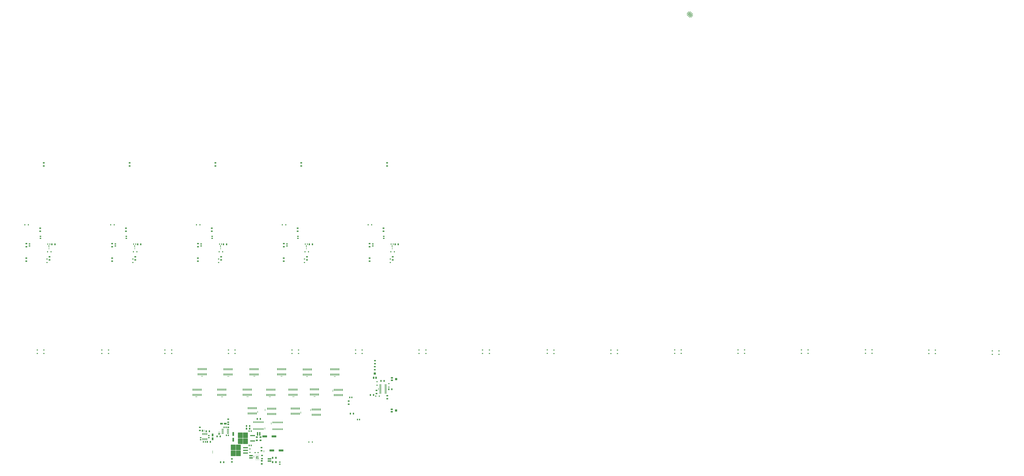
<source format=gbr>
%TF.GenerationSoftware,KiCad,Pcbnew,7.0.8*%
%TF.CreationDate,2023-11-15T12:02:35+01:00*%
%TF.ProjectId,JL,4a4c2e6b-6963-4616-945f-706362585858,rev?*%
%TF.SameCoordinates,Original*%
%TF.FileFunction,Paste,Top*%
%TF.FilePolarity,Positive*%
%FSLAX46Y46*%
G04 Gerber Fmt 4.6, Leading zero omitted, Abs format (unit mm)*
G04 Created by KiCad (PCBNEW 7.0.8) date 2023-11-15 12:02:35*
%MOMM*%
%LPD*%
G01*
G04 APERTURE LIST*
G04 Aperture macros list*
%AMRoundRect*
0 Rectangle with rounded corners*
0 $1 Rounding radius*
0 $2 $3 $4 $5 $6 $7 $8 $9 X,Y pos of 4 corners*
0 Add a 4 corners polygon primitive as box body*
4,1,4,$2,$3,$4,$5,$6,$7,$8,$9,$2,$3,0*
0 Add four circle primitives for the rounded corners*
1,1,$1+$1,$2,$3*
1,1,$1+$1,$4,$5*
1,1,$1+$1,$6,$7*
1,1,$1+$1,$8,$9*
0 Add four rect primitives between the rounded corners*
20,1,$1+$1,$2,$3,$4,$5,0*
20,1,$1+$1,$4,$5,$6,$7,0*
20,1,$1+$1,$6,$7,$8,$9,0*
20,1,$1+$1,$8,$9,$2,$3,0*%
G04 Aperture macros list end*
%ADD10RoundRect,0.245000X-0.031820X-0.378302X0.378302X0.031820X0.031820X0.378302X-0.378302X-0.031820X0*%
%ADD11RoundRect,0.062500X-0.212132X-0.300520X0.300520X0.212132X0.212132X0.300520X-0.300520X-0.212132X0*%
%ADD12RoundRect,0.062500X0.212132X-0.300520X0.300520X-0.212132X-0.212132X0.300520X-0.300520X0.212132X0*%
%ADD13RoundRect,0.150000X0.150000X-0.825000X0.150000X0.825000X-0.150000X0.825000X-0.150000X-0.825000X0*%
%ADD14RoundRect,0.250000X-0.625000X0.312500X-0.625000X-0.312500X0.625000X-0.312500X0.625000X0.312500X0*%
%ADD15RoundRect,0.150000X-0.150000X0.825000X-0.150000X-0.825000X0.150000X-0.825000X0.150000X0.825000X0*%
%ADD16RoundRect,0.225000X0.375000X-0.225000X0.375000X0.225000X-0.375000X0.225000X-0.375000X-0.225000X0*%
%ADD17RoundRect,0.140000X0.140000X0.170000X-0.140000X0.170000X-0.140000X-0.170000X0.140000X-0.170000X0*%
%ADD18RoundRect,0.250000X0.625000X-0.312500X0.625000X0.312500X-0.625000X0.312500X-0.625000X-0.312500X0*%
%ADD19RoundRect,0.250000X-0.475000X0.250000X-0.475000X-0.250000X0.475000X-0.250000X0.475000X0.250000X0*%
%ADD20RoundRect,0.225000X0.225000X0.375000X-0.225000X0.375000X-0.225000X-0.375000X0.225000X-0.375000X0*%
%ADD21RoundRect,0.140000X0.170000X-0.140000X0.170000X0.140000X-0.170000X0.140000X-0.170000X-0.140000X0*%
%ADD22RoundRect,0.250001X-0.462499X-0.624999X0.462499X-0.624999X0.462499X0.624999X-0.462499X0.624999X0*%
%ADD23RoundRect,0.250000X0.475000X-0.250000X0.475000X0.250000X-0.475000X0.250000X-0.475000X-0.250000X0*%
%ADD24RoundRect,0.150000X-0.150000X0.587500X-0.150000X-0.587500X0.150000X-0.587500X0.150000X0.587500X0*%
%ADD25RoundRect,0.250000X2.050000X0.300000X-2.050000X0.300000X-2.050000X-0.300000X2.050000X-0.300000X0*%
%ADD26RoundRect,0.250000X2.025000X2.375000X-2.025000X2.375000X-2.025000X-2.375000X2.025000X-2.375000X0*%
%ADD27RoundRect,0.250000X-0.650000X0.412500X-0.650000X-0.412500X0.650000X-0.412500X0.650000X0.412500X0*%
%ADD28RoundRect,0.250000X1.050000X0.550000X-1.050000X0.550000X-1.050000X-0.550000X1.050000X-0.550000X0*%
%ADD29RoundRect,0.250000X-0.412500X-0.650000X0.412500X-0.650000X0.412500X0.650000X-0.412500X0.650000X0*%
%ADD30RoundRect,0.250000X0.250000X0.475000X-0.250000X0.475000X-0.250000X-0.475000X0.250000X-0.475000X0*%
%ADD31RoundRect,0.250000X0.312500X0.625000X-0.312500X0.625000X-0.312500X-0.625000X0.312500X-0.625000X0*%
%ADD32RoundRect,0.250000X-0.250000X-0.475000X0.250000X-0.475000X0.250000X0.475000X-0.250000X0.475000X0*%
%ADD33RoundRect,0.140000X-0.170000X0.140000X-0.170000X-0.140000X0.170000X-0.140000X0.170000X0.140000X0*%
%ADD34RoundRect,0.140000X-0.140000X-0.170000X0.140000X-0.170000X0.140000X0.170000X-0.140000X0.170000X0*%
%ADD35RoundRect,0.150000X-0.150000X0.650000X-0.150000X-0.650000X0.150000X-0.650000X0.150000X0.650000X0*%
%ADD36R,3.400000X1.300000*%
%ADD37RoundRect,0.250000X-0.312500X-0.625000X0.312500X-0.625000X0.312500X0.625000X-0.312500X0.625000X0*%
%ADD38R,1.900000X1.300000*%
%ADD39R,1.900000X0.400000*%
%ADD40R,1.300000X3.400000*%
%ADD41RoundRect,0.250000X-1.950000X-0.700000X1.950000X-0.700000X1.950000X0.700000X-1.950000X0.700000X0*%
%ADD42RoundRect,0.250000X0.750000X-0.400000X0.750000X0.400000X-0.750000X0.400000X-0.750000X-0.400000X0*%
%ADD43RoundRect,0.250000X0.750000X-0.750000X0.750000X0.750000X-0.750000X0.750000X-0.750000X-0.750000X0*%
%ADD44RoundRect,0.250000X0.400000X0.750000X-0.400000X0.750000X-0.400000X-0.750000X0.400000X-0.750000X0*%
%ADD45RoundRect,0.250000X0.750000X0.750000X-0.750000X0.750000X-0.750000X-0.750000X0.750000X-0.750000X0*%
%ADD46RoundRect,0.150000X0.825000X0.150000X-0.825000X0.150000X-0.825000X-0.150000X0.825000X-0.150000X0*%
%ADD47RoundRect,0.225000X-0.225000X-0.375000X0.225000X-0.375000X0.225000X0.375000X-0.225000X0.375000X0*%
%ADD48RoundRect,0.250001X-0.624999X0.462499X-0.624999X-0.462499X0.624999X-0.462499X0.624999X0.462499X0*%
%ADD49RoundRect,0.250000X0.550000X-1.050000X0.550000X1.050000X-0.550000X1.050000X-0.550000X-1.050000X0*%
%ADD50RoundRect,0.225000X-0.375000X0.225000X-0.375000X-0.225000X0.375000X-0.225000X0.375000X0.225000X0*%
%ADD51R,1.300000X1.900000*%
%ADD52R,0.400000X1.900000*%
%ADD53RoundRect,0.150000X-0.825000X-0.150000X0.825000X-0.150000X0.825000X0.150000X-0.825000X0.150000X0*%
%ADD54R,1.050000X1.050000*%
%ADD55R,0.250000X0.600000*%
%ADD56RoundRect,0.250000X-0.300000X-0.300000X0.300000X-0.300000X0.300000X0.300000X-0.300000X0.300000X0*%
%ADD57RoundRect,0.150000X0.150000X-0.650000X0.150000X0.650000X-0.150000X0.650000X-0.150000X-0.650000X0*%
%ADD58RoundRect,0.150000X0.200000X-0.150000X0.200000X0.150000X-0.200000X0.150000X-0.200000X-0.150000X0*%
%ADD59RoundRect,0.250000X-0.550000X1.500000X-0.550000X-1.500000X0.550000X-1.500000X0.550000X1.500000X0*%
G04 APERTURE END LIST*
D10*
%TO.C,REF\u002A\u002A*%
X728917086Y-372595227D03*
X729779757Y-373457897D03*
X729850467Y-371661846D03*
X730642427Y-374320568D03*
X730713137Y-372524517D03*
X731575808Y-373387187D03*
D11*
X727630152Y-373132628D03*
X727983705Y-373486182D03*
X728337259Y-373839735D03*
X728690812Y-374193289D03*
X729044365Y-374546842D03*
X729397919Y-374900395D03*
X729751472Y-375253949D03*
X730105026Y-375607502D03*
D12*
X731094975Y-375607502D03*
X731448529Y-375253949D03*
X731802082Y-374900395D03*
X732155635Y-374546842D03*
X732509189Y-374193289D03*
X732862742Y-373839735D03*
D11*
X732862742Y-372849786D03*
X732509189Y-372496232D03*
X732155635Y-372142679D03*
X731802082Y-371789125D03*
X731448529Y-371435572D03*
X731094975Y-371082019D03*
X730741422Y-370728465D03*
X730387868Y-370374912D03*
D12*
X729397919Y-370374912D03*
X729044365Y-370728465D03*
X728690812Y-371082019D03*
X728337259Y-371435572D03*
X727983705Y-371789125D03*
X727630152Y-372142679D03*
%TD*%
D13*
%TO.C,U409*%
X315060682Y-712998023D03*
X316330682Y-712998023D03*
X317600682Y-712998023D03*
X318870682Y-712998023D03*
X320140682Y-712998023D03*
X321410682Y-712998023D03*
X322680682Y-712998023D03*
X322680682Y-708048023D03*
X321410682Y-708048023D03*
X320140682Y-708048023D03*
X318870682Y-708048023D03*
X317600682Y-708048023D03*
X316330682Y-708048023D03*
X315060682Y-708048023D03*
%TD*%
D14*
%TO.C,R515*%
X282420682Y-513135523D03*
X282420682Y-516060523D03*
%TD*%
D15*
%TO.C,U402*%
X361680682Y-745198023D03*
X360410682Y-745198023D03*
X359140682Y-745198023D03*
X357870682Y-745198023D03*
X356600682Y-745198023D03*
X355330682Y-745198023D03*
X354060682Y-745198023D03*
X354060682Y-750148023D03*
X355330682Y-750148023D03*
X356600682Y-750148023D03*
X357870682Y-750148023D03*
X359140682Y-750148023D03*
X360410682Y-750148023D03*
X361680682Y-750148023D03*
%TD*%
D13*
%TO.C,U419*%
X391240682Y-713098023D03*
X392510682Y-713098023D03*
X393780682Y-713098023D03*
X395050682Y-713098023D03*
X396320682Y-713098023D03*
X397590682Y-713098023D03*
X398860682Y-713098023D03*
X398860682Y-708148023D03*
X397590682Y-708148023D03*
X396320682Y-708148023D03*
X395050682Y-708148023D03*
X393780682Y-708148023D03*
X392510682Y-708148023D03*
X391240682Y-708148023D03*
%TD*%
D16*
%TO.C,D128*%
X775649716Y-693169982D03*
X775649716Y-689869982D03*
%TD*%
D17*
%TO.C,C403*%
X319670682Y-714748023D03*
X318710682Y-714748023D03*
%TD*%
D16*
%TO.C,D101*%
X114320682Y-693198023D03*
X114320682Y-689898023D03*
%TD*%
%TO.C,D130*%
X895949716Y-693069982D03*
X895949716Y-689769982D03*
%TD*%
D14*
%TO.C,R304*%
X408180682Y-738185523D03*
X408180682Y-741110523D03*
%TD*%
D18*
%TO.C,R513*%
X287820682Y-604823023D03*
X287820682Y-601898023D03*
%TD*%
D16*
%TO.C,D110*%
X181520682Y-693198023D03*
X181520682Y-689898023D03*
%TD*%
D13*
%TO.C,U413*%
X284610682Y-732298023D03*
X285880682Y-732298023D03*
X287150682Y-732298023D03*
X288420682Y-732298023D03*
X289690682Y-732298023D03*
X290960682Y-732298023D03*
X292230682Y-732298023D03*
X292230682Y-727348023D03*
X290960682Y-727348023D03*
X289690682Y-727348023D03*
X288420682Y-727348023D03*
X287150682Y-727348023D03*
X285880682Y-727348023D03*
X284610682Y-727348023D03*
%TD*%
D19*
%TO.C,C511*%
X360320682Y-582548023D03*
X360320682Y-584448023D03*
%TD*%
D20*
%TO.C,D125*%
X437080682Y-733548023D03*
X433780682Y-733548023D03*
%TD*%
D16*
%TO.C,D109*%
X120520682Y-693198023D03*
X120520682Y-689898023D03*
%TD*%
D21*
%TO.C,C504*%
X206320682Y-594378023D03*
X206320682Y-593418023D03*
%TD*%
D22*
%TO.C,D204*%
X311798182Y-764223023D03*
X314773182Y-764223023D03*
%TD*%
D23*
%TO.C,C205*%
X343160682Y-797748023D03*
X343160682Y-795848023D03*
%TD*%
D24*
%TO.C,Q502*%
X207170682Y-589935523D03*
X205270682Y-589935523D03*
X206220682Y-591810523D03*
%TD*%
D16*
%TO.C,D129*%
X902149716Y-693069982D03*
X902149716Y-689769982D03*
%TD*%
D25*
%TO.C,U202*%
X317510682Y-775838023D03*
D26*
X310785682Y-776073023D03*
X310785682Y-770523023D03*
X305935682Y-776073023D03*
X305935682Y-770523023D03*
D25*
X317510682Y-770758023D03*
%TD*%
D16*
%TO.C,D118*%
X715849716Y-693169982D03*
X715849716Y-689869982D03*
%TD*%
%TO.C,D107*%
X474620682Y-693198023D03*
X474620682Y-689898023D03*
%TD*%
D17*
%TO.C,C410*%
X289160682Y-734174689D03*
X288200682Y-734174689D03*
%TD*%
D27*
%TO.C,C209*%
X321485682Y-772173023D03*
X321485682Y-775298023D03*
%TD*%
D25*
%TO.C,Q201*%
X310810682Y-787263023D03*
X310810682Y-784723023D03*
D26*
X304085682Y-787498023D03*
X304085682Y-781948023D03*
X299235682Y-787498023D03*
X299235682Y-781948023D03*
D25*
X310810682Y-782183023D03*
%TD*%
D15*
%TO.C,U405*%
X320980682Y-744898023D03*
X319710682Y-744898023D03*
X318440682Y-744898023D03*
X317170682Y-744898023D03*
X315900682Y-744898023D03*
X314630682Y-744898023D03*
X313360682Y-744898023D03*
X313360682Y-749848023D03*
X314630682Y-749848023D03*
X315900682Y-749848023D03*
X317170682Y-749848023D03*
X318440682Y-749848023D03*
X319710682Y-749848023D03*
X320980682Y-749848023D03*
%TD*%
D23*
%TO.C,C515*%
X430970682Y-591623023D03*
X430970682Y-589723023D03*
%TD*%
D28*
%TO.C,C303*%
X291735682Y-759510523D03*
X288135682Y-759510523D03*
%TD*%
D29*
%TO.C,C207*%
X336410682Y-791798023D03*
X339535682Y-791798023D03*
%TD*%
D16*
%TO.C,D132*%
X955749716Y-693269982D03*
X955749716Y-689969982D03*
%TD*%
D30*
%TO.C,C202*%
X316185682Y-780048023D03*
X314285682Y-780048023D03*
%TD*%
D16*
%TO.C,D105*%
X354720682Y-693198023D03*
X354720682Y-689898023D03*
%TD*%
%TO.C,D134*%
X1021949716Y-694069982D03*
X1021949716Y-690769982D03*
%TD*%
%TO.C,D102*%
X175220682Y-693198023D03*
X175220682Y-689898023D03*
%TD*%
D29*
%TO.C,C206*%
X336410682Y-795798023D03*
X339535682Y-795798023D03*
%TD*%
D31*
%TO.C,R201*%
X290235682Y-795948023D03*
X287310682Y-795948023D03*
%TD*%
D24*
%TO.C,Q505*%
X450170682Y-589935523D03*
X448270682Y-589935523D03*
X449220682Y-591810523D03*
%TD*%
%TO.C,Q504*%
X369170682Y-589935523D03*
X367270682Y-589935523D03*
X368220682Y-591810523D03*
%TD*%
D16*
%TO.C,D126*%
X446180682Y-724948023D03*
X446180682Y-721648023D03*
%TD*%
%TO.C,D112*%
X300920682Y-693198023D03*
X300920682Y-689898023D03*
%TD*%
D18*
%TO.C,R520*%
X346900682Y-606048023D03*
X346900682Y-603123023D03*
%TD*%
D32*
%TO.C,C306*%
X416520682Y-755578023D03*
X418420682Y-755578023D03*
%TD*%
D20*
%TO.C,D507*%
X208270682Y-597098023D03*
X204970682Y-597098023D03*
%TD*%
D31*
%TO.C,R103*%
X441630682Y-719098023D03*
X438705682Y-719098023D03*
%TD*%
D17*
%TO.C,C419*%
X395520682Y-714948023D03*
X394560682Y-714948023D03*
%TD*%
D33*
%TO.C,C201*%
X328160682Y-785150523D03*
X328160682Y-786110523D03*
%TD*%
D17*
%TO.C,C415*%
X270320682Y-714748023D03*
X269360682Y-714748023D03*
%TD*%
D30*
%TO.C,C204*%
X316135682Y-766548023D03*
X314235682Y-766548023D03*
%TD*%
D16*
%TO.C,D103*%
X234720682Y-693198023D03*
X234720682Y-689898023D03*
%TD*%
D14*
%TO.C,R527*%
X444420682Y-513135523D03*
X444420682Y-516060523D03*
%TD*%
D32*
%TO.C,C304*%
X290585682Y-763010523D03*
X292485682Y-763010523D03*
%TD*%
D18*
%TO.C,R501*%
X125820682Y-604823023D03*
X125820682Y-601898023D03*
%TD*%
D34*
%TO.C,C416*%
X333300682Y-734148023D03*
X334260682Y-734148023D03*
%TD*%
D14*
%TO.C,R106*%
X434430682Y-728123023D03*
X434430682Y-731048023D03*
%TD*%
D19*
%TO.C,C505*%
X198320682Y-582548023D03*
X198320682Y-584448023D03*
%TD*%
D14*
%TO.C,R521*%
X363420682Y-513135523D03*
X363420682Y-516060523D03*
%TD*%
D18*
%TO.C,R523*%
X346970682Y-592348023D03*
X346970682Y-589423023D03*
%TD*%
D13*
%TO.C,U407*%
X373850682Y-751123023D03*
X375120682Y-751123023D03*
X376390682Y-751123023D03*
X377660682Y-751123023D03*
X378930682Y-751123023D03*
X380200682Y-751123023D03*
X381470682Y-751123023D03*
X381470682Y-746173023D03*
X380200682Y-746173023D03*
X378930682Y-746173023D03*
X377660682Y-746173023D03*
X376390682Y-746173023D03*
X375120682Y-746173023D03*
X373850682Y-746173023D03*
%TD*%
D35*
%TO.C,U404*%
X327430682Y-758048023D03*
X326160682Y-758048023D03*
X324890682Y-758048023D03*
X323620682Y-758048023D03*
X322350682Y-758048023D03*
X321080682Y-758048023D03*
X319810682Y-758048023D03*
X318540682Y-758048023D03*
X318540682Y-764548023D03*
X319810682Y-764548023D03*
X321080682Y-764548023D03*
X322350682Y-764548023D03*
X323620682Y-764548023D03*
X324890682Y-764548023D03*
X326160682Y-764548023D03*
X327430682Y-764548023D03*
%TD*%
D17*
%TO.C,C404*%
X376490682Y-733848023D03*
X375530682Y-733848023D03*
%TD*%
D20*
%TO.C,D520*%
X429870682Y-571623023D03*
X426570682Y-571623023D03*
%TD*%
D18*
%TO.C,R504*%
X117020682Y-577760523D03*
X117020682Y-574835523D03*
%TD*%
D33*
%TO.C,C405*%
X393260682Y-728038023D03*
X393260682Y-728998023D03*
%TD*%
D36*
%TO.C,L201*%
X315985682Y-789760523D03*
X315985682Y-791860523D03*
%TD*%
D16*
%TO.C,D135*%
X435000682Y-723174689D03*
X435000682Y-719874689D03*
%TD*%
D37*
%TO.C,R506*%
X128045682Y-590123023D03*
X130970682Y-590123023D03*
%TD*%
D27*
%TO.C,C210*%
X324985682Y-772173023D03*
X324985682Y-775298023D03*
%TD*%
D16*
%TO.C,D104*%
X294720682Y-693198023D03*
X294720682Y-689898023D03*
%TD*%
D21*
%TO.C,C402*%
X335160682Y-759778023D03*
X335160682Y-758818023D03*
%TD*%
D16*
%TO.C,D115*%
X481120682Y-693198023D03*
X481120682Y-689898023D03*
%TD*%
D34*
%TO.C,C409*%
X344330682Y-714748023D03*
X345290682Y-714748023D03*
%TD*%
D38*
%TO.C,D301*%
X285985682Y-769160523D03*
D39*
X285985682Y-767510523D03*
%TD*%
D16*
%TO.C,D122*%
X835549716Y-693169982D03*
X835549716Y-689869982D03*
%TD*%
%TO.C,D133*%
X655649716Y-693269982D03*
X655649716Y-689969982D03*
%TD*%
%TO.C,D123*%
X601949716Y-693269982D03*
X601949716Y-689969982D03*
%TD*%
D17*
%TO.C,C412*%
X295070682Y-714848023D03*
X294110682Y-714848023D03*
%TD*%
D18*
%TO.C,R507*%
X206820682Y-604823023D03*
X206820682Y-601898023D03*
%TD*%
D31*
%TO.C,R101*%
X448963182Y-726974689D03*
X446038182Y-726974689D03*
%TD*%
D18*
%TO.C,R529*%
X427970682Y-592348023D03*
X427970682Y-589423023D03*
%TD*%
D23*
%TO.C,C512*%
X349970682Y-591623023D03*
X349970682Y-589723023D03*
%TD*%
D18*
%TO.C,R528*%
X441020682Y-577760523D03*
X441020682Y-574835523D03*
%TD*%
D16*
%TO.C,D517*%
X447470682Y-607298023D03*
X447470682Y-603998023D03*
%TD*%
D18*
%TO.C,R502*%
X103900682Y-606048023D03*
X103900682Y-603123023D03*
%TD*%
D16*
%TO.C,D113*%
X360920682Y-693198023D03*
X360920682Y-689898023D03*
%TD*%
D18*
%TO.C,R107*%
X444580682Y-735985523D03*
X444580682Y-733060523D03*
%TD*%
D21*
%TO.C,C1*%
X436300682Y-727234689D03*
X436300682Y-726274689D03*
%TD*%
D40*
%TO.C,L203*%
X322185682Y-769173023D03*
X324285682Y-769173023D03*
%TD*%
D41*
%TO.C,C211*%
X328985682Y-771548023D03*
X337685682Y-771548023D03*
%TD*%
D18*
%TO.C,R514*%
X265900682Y-606048023D03*
X265900682Y-603123023D03*
%TD*%
D20*
%TO.C,D516*%
X348870682Y-571623023D03*
X345570682Y-571623023D03*
%TD*%
D21*
%TO.C,C513*%
X449320682Y-594378023D03*
X449320682Y-593418023D03*
%TD*%
D16*
%TO.C,D131*%
X661849716Y-693269982D03*
X661849716Y-689969982D03*
%TD*%
D18*
%TO.C,R525*%
X449820682Y-604823023D03*
X449820682Y-601898023D03*
%TD*%
D42*
%TO.C,RV102*%
X448980682Y-718548023D03*
D43*
X452980682Y-717398023D03*
D42*
X448980682Y-716248023D03*
%TD*%
D16*
%TO.C,D509*%
X285470682Y-607298023D03*
X285470682Y-603998023D03*
%TD*%
%TO.C,D127*%
X781849716Y-693169982D03*
X781849716Y-689869982D03*
%TD*%
D42*
%TO.C,RV103*%
X448880682Y-748235523D03*
D43*
X452880682Y-747085523D03*
D42*
X448880682Y-745935523D03*
%TD*%
D37*
%TO.C,R306*%
X273773182Y-766698023D03*
X276698182Y-766698023D03*
%TD*%
D21*
%TO.C,C414*%
X322260682Y-748958023D03*
X322260682Y-747998023D03*
%TD*%
D19*
%TO.C,C514*%
X441320682Y-582548023D03*
X441320682Y-584448023D03*
%TD*%
%TO.C,C508*%
X279320682Y-582548023D03*
X279320682Y-584448023D03*
%TD*%
D44*
%TO.C,RV101*%
X434030682Y-716185523D03*
D45*
X432880682Y-712185523D03*
D44*
X431730682Y-716185523D03*
%TD*%
D13*
%TO.C,U414*%
X290540682Y-713048023D03*
X291810682Y-713048023D03*
X293080682Y-713048023D03*
X294350682Y-713048023D03*
X295620682Y-713048023D03*
X296890682Y-713048023D03*
X298160682Y-713048023D03*
X298160682Y-708098023D03*
X296890682Y-708098023D03*
X295620682Y-708098023D03*
X294350682Y-708098023D03*
X293080682Y-708098023D03*
X291810682Y-708098023D03*
X290540682Y-708098023D03*
%TD*%
D37*
%TO.C,R518*%
X290045682Y-590123023D03*
X292970682Y-590123023D03*
%TD*%
D16*
%TO.C,D117*%
X961949716Y-693269982D03*
X961949716Y-689969982D03*
%TD*%
D32*
%TO.C,C301*%
X292785682Y-770510523D03*
X294685682Y-770510523D03*
%TD*%
D46*
%TO.C,U2*%
X443050682Y-730594689D03*
X443050682Y-729324689D03*
X443050682Y-728054689D03*
X443050682Y-726784689D03*
X443050682Y-725514689D03*
X443050682Y-724244689D03*
X443050682Y-722974689D03*
X438100682Y-722974689D03*
X438100682Y-724244689D03*
X438100682Y-725514689D03*
X438100682Y-726784689D03*
X438100682Y-728054689D03*
X438100682Y-729324689D03*
X438100682Y-730594689D03*
%TD*%
D34*
%TO.C,C413*%
X263900682Y-734098023D03*
X264860682Y-734098023D03*
%TD*%
D23*
%TO.C,C503*%
X106970682Y-591623023D03*
X106970682Y-589723023D03*
%TD*%
D13*
%TO.C,U418*%
X351810682Y-732248023D03*
X353080682Y-732248023D03*
X354350682Y-732248023D03*
X355620682Y-732248023D03*
X356890682Y-732248023D03*
X358160682Y-732248023D03*
X359430682Y-732248023D03*
X359430682Y-727298023D03*
X358160682Y-727298023D03*
X356890682Y-727298023D03*
X355620682Y-727298023D03*
X354350682Y-727298023D03*
X353080682Y-727298023D03*
X351810682Y-727298023D03*
%TD*%
D47*
%TO.C,D401*%
X370625682Y-776900523D03*
X373925682Y-776900523D03*
%TD*%
D31*
%TO.C,R105*%
X431643182Y-732398023D03*
X428718182Y-732398023D03*
%TD*%
D16*
%TO.C,D513*%
X366470682Y-607298023D03*
X366470682Y-603998023D03*
%TD*%
D31*
%TO.C,R401*%
X324818182Y-755063023D03*
X321893182Y-755063023D03*
%TD*%
D14*
%TO.C,R205*%
X326410682Y-789585523D03*
X326410682Y-792510523D03*
%TD*%
D37*
%TO.C,R512*%
X209045682Y-590123023D03*
X211970682Y-590123023D03*
%TD*%
D48*
%TO.C,D205*%
X326160682Y-794560523D03*
X326160682Y-797535523D03*
%TD*%
D13*
%TO.C,U417*%
X330890682Y-732398023D03*
X332160682Y-732398023D03*
X333430682Y-732398023D03*
X334700682Y-732398023D03*
X335970682Y-732398023D03*
X337240682Y-732398023D03*
X338510682Y-732398023D03*
X338510682Y-727448023D03*
X337240682Y-727448023D03*
X335970682Y-727448023D03*
X334700682Y-727448023D03*
X333430682Y-727448023D03*
X332160682Y-727448023D03*
X330890682Y-727448023D03*
%TD*%
%TO.C,U408*%
X372050682Y-731998023D03*
X373320682Y-731998023D03*
X374590682Y-731998023D03*
X375860682Y-731998023D03*
X377130682Y-731998023D03*
X378400682Y-731998023D03*
X379670682Y-731998023D03*
X379670682Y-727048023D03*
X378400682Y-727048023D03*
X377130682Y-727048023D03*
X375860682Y-727048023D03*
X374590682Y-727048023D03*
X373320682Y-727048023D03*
X372050682Y-727048023D03*
%TD*%
D34*
%TO.C,C406*%
X368450682Y-714998023D03*
X369410682Y-714998023D03*
%TD*%
D13*
%TO.C,U416*%
X266140682Y-712898023D03*
X267410682Y-712898023D03*
X268680682Y-712898023D03*
X269950682Y-712898023D03*
X271220682Y-712898023D03*
X272490682Y-712898023D03*
X273760682Y-712898023D03*
X273760682Y-707948023D03*
X272490682Y-707948023D03*
X271220682Y-707948023D03*
X269950682Y-707948023D03*
X268680682Y-707948023D03*
X267410682Y-707948023D03*
X266140682Y-707948023D03*
%TD*%
D31*
%TO.C,R204*%
X314710682Y-761723023D03*
X311785682Y-761723023D03*
%TD*%
D16*
%TO.C,D119*%
X1015649716Y-694069982D03*
X1015649716Y-690769982D03*
%TD*%
D20*
%TO.C,D504*%
X105870682Y-571623023D03*
X102570682Y-571623023D03*
%TD*%
D16*
%TO.C,D120*%
X722049716Y-693169982D03*
X722049716Y-689869982D03*
%TD*%
D18*
%TO.C,R511*%
X184970682Y-592348023D03*
X184970682Y-589423023D03*
%TD*%
D32*
%TO.C,C305*%
X409230682Y-734698023D03*
X411130682Y-734698023D03*
%TD*%
D21*
%TO.C,C401*%
X329160682Y-764528023D03*
X329160682Y-763568023D03*
%TD*%
%TO.C,C501*%
X125320682Y-594378023D03*
X125320682Y-593418023D03*
%TD*%
D14*
%TO.C,R503*%
X120420682Y-513135523D03*
X120420682Y-516060523D03*
%TD*%
D24*
%TO.C,Q501*%
X126170682Y-589935523D03*
X124270682Y-589935523D03*
X125220682Y-591810523D03*
%TD*%
D36*
%TO.C,L202*%
X333410682Y-794848023D03*
X333410682Y-792748023D03*
%TD*%
D23*
%TO.C,C506*%
X187970682Y-591623023D03*
X187970682Y-589723023D03*
%TD*%
D16*
%TO.C,D106*%
X414720682Y-693198023D03*
X414720682Y-689898023D03*
%TD*%
%TO.C,D111*%
X241120682Y-693198023D03*
X241120682Y-689898023D03*
%TD*%
%TO.C,D501*%
X123470682Y-607298023D03*
X123470682Y-603998023D03*
%TD*%
D24*
%TO.C,Q503*%
X288170682Y-589935523D03*
X286270682Y-589935523D03*
X287220682Y-591810523D03*
%TD*%
D14*
%TO.C,R509*%
X201420682Y-513135523D03*
X201420682Y-516060523D03*
%TD*%
D20*
%TO.C,D511*%
X289270682Y-597098023D03*
X285970682Y-597098023D03*
%TD*%
D49*
%TO.C,C308*%
X279735682Y-773798023D03*
X279735682Y-770198023D03*
%TD*%
D50*
%TO.C,D202*%
X314985682Y-783398023D03*
X314985682Y-786698023D03*
%TD*%
D41*
%TO.C,C208*%
X335685682Y-784798023D03*
X344385682Y-784798023D03*
%TD*%
D19*
%TO.C,C309*%
X276235682Y-770798023D03*
X276235682Y-772698023D03*
%TD*%
D14*
%TO.C,R307*%
X267735682Y-762985523D03*
X267735682Y-765910523D03*
%TD*%
D16*
%TO.C,D124*%
X595649716Y-693169982D03*
X595649716Y-689869982D03*
%TD*%
%TO.C,D505*%
X204470682Y-607298023D03*
X204470682Y-603998023D03*
%TD*%
D18*
%TO.C,R508*%
X184900682Y-606048023D03*
X184900682Y-603123023D03*
%TD*%
%TO.C,R510*%
X198020682Y-577760523D03*
X198020682Y-574835523D03*
%TD*%
D31*
%TO.C,R305*%
X412725682Y-750038023D03*
X409800682Y-750038023D03*
%TD*%
D13*
%TO.C,U412*%
X341090682Y-712948023D03*
X342360682Y-712948023D03*
X343630682Y-712948023D03*
X344900682Y-712948023D03*
X346170682Y-712948023D03*
X347440682Y-712948023D03*
X348710682Y-712948023D03*
X348710682Y-707998023D03*
X347440682Y-707998023D03*
X346170682Y-707998023D03*
X344900682Y-707998023D03*
X343630682Y-707998023D03*
X342360682Y-707998023D03*
X341090682Y-707998023D03*
%TD*%
D18*
%TO.C,R516*%
X279020682Y-577760523D03*
X279020682Y-574835523D03*
%TD*%
%TO.C,R303*%
X294485682Y-763010523D03*
X294485682Y-760085523D03*
%TD*%
D51*
%TO.C,D302*%
X270160682Y-766198023D03*
D52*
X271810682Y-766198023D03*
%TD*%
D18*
%TO.C,R505*%
X103970682Y-592348023D03*
X103970682Y-589423023D03*
%TD*%
D23*
%TO.C,C509*%
X268970682Y-591623023D03*
X268970682Y-589723023D03*
%TD*%
D20*
%TO.C,D519*%
X451270682Y-597098023D03*
X447970682Y-597098023D03*
%TD*%
D37*
%TO.C,R530*%
X452045682Y-590123023D03*
X454970682Y-590123023D03*
%TD*%
D33*
%TO.C,C417*%
X372300682Y-746214689D03*
X372300682Y-747174689D03*
%TD*%
D53*
%TO.C,U301*%
X289260682Y-764855523D03*
X289260682Y-766125523D03*
X289260682Y-767395523D03*
X289260682Y-768665523D03*
X294210682Y-768665523D03*
X294210682Y-767395523D03*
X294210682Y-766125523D03*
X294210682Y-764855523D03*
%TD*%
D17*
%TO.C,C418*%
X356520682Y-734048023D03*
X355560682Y-734048023D03*
%TD*%
D18*
%TO.C,R104*%
X432880682Y-708548023D03*
X432880682Y-705623023D03*
%TD*%
D37*
%TO.C,R524*%
X371045682Y-590123023D03*
X373970682Y-590123023D03*
%TD*%
D20*
%TO.C,D503*%
X127270682Y-597098023D03*
X123970682Y-597098023D03*
%TD*%
%TO.C,D515*%
X370270682Y-597098023D03*
X366970682Y-597098023D03*
%TD*%
D18*
%TO.C,R517*%
X265970682Y-592348023D03*
X265970682Y-589423023D03*
%TD*%
D54*
%TO.C,U201*%
X322610682Y-792248023D03*
X321160682Y-792098023D03*
X321160682Y-790798023D03*
X322460682Y-790798023D03*
D55*
X320310682Y-793648023D03*
X320810682Y-793648023D03*
X321310682Y-793648023D03*
X321810682Y-793648023D03*
X322310682Y-793648023D03*
X322810682Y-793648023D03*
X323310682Y-793648023D03*
X323810682Y-793648023D03*
X323810682Y-789248023D03*
X323310682Y-789248023D03*
X322810682Y-789248023D03*
X322310682Y-789248023D03*
X321810682Y-789248023D03*
X321310682Y-789248023D03*
X320810682Y-789248023D03*
X320310682Y-789248023D03*
%TD*%
D14*
%TO.C,R202*%
X297985682Y-792773023D03*
X297985682Y-795698023D03*
%TD*%
D13*
%TO.C,U415*%
X261270682Y-732348023D03*
X262540682Y-732348023D03*
X263810682Y-732348023D03*
X265080682Y-732348023D03*
X266350682Y-732348023D03*
X267620682Y-732348023D03*
X268890682Y-732348023D03*
X268890682Y-727398023D03*
X267620682Y-727398023D03*
X266350682Y-727398023D03*
X265080682Y-727398023D03*
X263810682Y-727398023D03*
X262540682Y-727398023D03*
X261270682Y-727398023D03*
%TD*%
D21*
%TO.C,C408*%
X363010682Y-749528023D03*
X363010682Y-748568023D03*
%TD*%
D18*
%TO.C,R522*%
X360020682Y-577760523D03*
X360020682Y-574835523D03*
%TD*%
D16*
%TO.C,D114*%
X420920682Y-693198023D03*
X420920682Y-689898023D03*
%TD*%
D20*
%TO.C,D512*%
X267870682Y-571623023D03*
X264570682Y-571623023D03*
%TD*%
D18*
%TO.C,R519*%
X368820682Y-604823023D03*
X368820682Y-601898023D03*
%TD*%
D13*
%TO.C,U410*%
X365360682Y-713198023D03*
X366630682Y-713198023D03*
X367900682Y-713198023D03*
X369170682Y-713198023D03*
X370440682Y-713198023D03*
X371710682Y-713198023D03*
X372980682Y-713198023D03*
X372980682Y-708248023D03*
X371710682Y-708248023D03*
X370440682Y-708248023D03*
X369170682Y-708248023D03*
X367900682Y-708248023D03*
X366630682Y-708248023D03*
X365360682Y-708248023D03*
%TD*%
%TO.C,U401*%
X394640682Y-732498023D03*
X395910682Y-732498023D03*
X397180682Y-732498023D03*
X398450682Y-732498023D03*
X399720682Y-732498023D03*
X400990682Y-732498023D03*
X402260682Y-732498023D03*
X402260682Y-727548023D03*
X400990682Y-727548023D03*
X399720682Y-727548023D03*
X398450682Y-727548023D03*
X397180682Y-727548023D03*
X395910682Y-727548023D03*
X394640682Y-727548023D03*
%TD*%
D30*
%TO.C,C310*%
X272985682Y-776698023D03*
X271085682Y-776698023D03*
%TD*%
D16*
%TO.C,D116*%
X541020682Y-693198023D03*
X541020682Y-689898023D03*
%TD*%
D56*
%TO.C,D203*%
X319910682Y-786860523D03*
X322710682Y-786860523D03*
%TD*%
D19*
%TO.C,C307*%
X268485682Y-772798023D03*
X268485682Y-774698023D03*
%TD*%
D18*
%TO.C,R302*%
X294485682Y-758185523D03*
X294485682Y-755260523D03*
%TD*%
D13*
%TO.C,U403*%
X331650682Y-750323023D03*
X332920682Y-750323023D03*
X334190682Y-750323023D03*
X335460682Y-750323023D03*
X336730682Y-750323023D03*
X338000682Y-750323023D03*
X339270682Y-750323023D03*
X339270682Y-745373023D03*
X338000682Y-745373023D03*
X336730682Y-745373023D03*
X335460682Y-745373023D03*
X334190682Y-745373023D03*
X332920682Y-745373023D03*
X331650682Y-745373023D03*
%TD*%
D19*
%TO.C,C502*%
X117320682Y-582548023D03*
X117320682Y-584448023D03*
%TD*%
D33*
%TO.C,C411*%
X329260682Y-746068023D03*
X329260682Y-747028023D03*
%TD*%
D16*
%TO.C,D108*%
X534520682Y-693198023D03*
X534520682Y-689898023D03*
%TD*%
D21*
%TO.C,C203*%
X318735682Y-791110523D03*
X318735682Y-790150523D03*
%TD*%
D15*
%TO.C,U302*%
X274235682Y-769248023D03*
X272965682Y-769248023D03*
X271695682Y-769248023D03*
X270425682Y-769248023D03*
X270425682Y-774198023D03*
X271695682Y-774198023D03*
X272965682Y-774198023D03*
X274235682Y-774198023D03*
%TD*%
D37*
%TO.C,R308*%
X274735682Y-776698023D03*
X277660682Y-776698023D03*
%TD*%
D17*
%TO.C,C407*%
X313270682Y-734048023D03*
X312310682Y-734048023D03*
%TD*%
D20*
%TO.C,D508*%
X186870682Y-571623023D03*
X183570682Y-571623023D03*
%TD*%
D37*
%TO.C,R301*%
X284023182Y-771510523D03*
X286948182Y-771510523D03*
%TD*%
D16*
%TO.C,D121*%
X841749716Y-693169982D03*
X841749716Y-689869982D03*
%TD*%
D57*
%TO.C,U406*%
X336715682Y-764798023D03*
X337985682Y-764798023D03*
X339255682Y-764798023D03*
X340525682Y-764798023D03*
X341795682Y-764798023D03*
X343065682Y-764798023D03*
X344335682Y-764798023D03*
X345605682Y-764798023D03*
X345605682Y-758298023D03*
X344335682Y-758298023D03*
X343065682Y-758298023D03*
X341795682Y-758298023D03*
X340525682Y-758298023D03*
X339255682Y-758298023D03*
X337985682Y-758298023D03*
X336715682Y-758298023D03*
%TD*%
D58*
%TO.C,D201*%
X279735682Y-785613023D03*
X279735682Y-787013023D03*
%TD*%
D59*
%TO.C,C302*%
X299235682Y-769260523D03*
X299235682Y-774660523D03*
%TD*%
D18*
%TO.C,R203*%
X325910682Y-785048023D03*
X325910682Y-782123023D03*
%TD*%
D13*
%TO.C,U411*%
X308630682Y-732274689D03*
X309900682Y-732274689D03*
X311170682Y-732274689D03*
X312440682Y-732274689D03*
X313710682Y-732274689D03*
X314980682Y-732274689D03*
X316250682Y-732274689D03*
X316250682Y-727324689D03*
X314980682Y-727324689D03*
X313710682Y-727324689D03*
X312440682Y-727324689D03*
X311170682Y-727324689D03*
X309900682Y-727324689D03*
X308630682Y-727324689D03*
%TD*%
D14*
%TO.C,R102*%
X432980682Y-699973023D03*
X432980682Y-702898023D03*
%TD*%
D21*
%TO.C,C507*%
X287320682Y-594378023D03*
X287320682Y-593418023D03*
%TD*%
D18*
%TO.C,R526*%
X427900682Y-606048023D03*
X427900682Y-603123023D03*
%TD*%
D21*
%TO.C,C510*%
X368320682Y-594378023D03*
X368320682Y-593418023D03*
%TD*%
M02*

</source>
